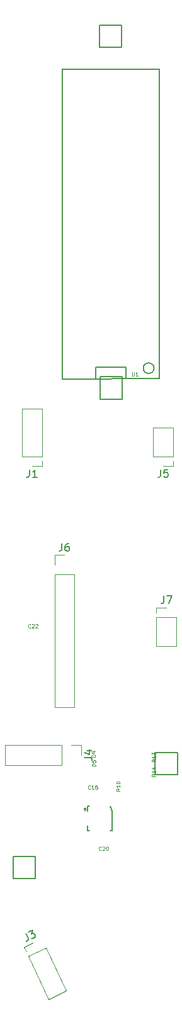
<source format=gbr>
G04 #@! TF.FileFunction,Legend,Top*
%FSLAX46Y46*%
G04 Gerber Fmt 4.6, Leading zero omitted, Abs format (unit mm)*
G04 Created by KiCad (PCBNEW 4.0.6-e0-6349~53~ubuntu16.04.1) date Thu Nov 23 18:30:10 2017*
%MOMM*%
%LPD*%
G01*
G04 APERTURE LIST*
%ADD10C,0.100000*%
%ADD11C,0.150000*%
%ADD12C,0.120000*%
%ADD13C,0.125000*%
%ADD14C,0.040000*%
G04 APERTURE END LIST*
D10*
D11*
X111820000Y-26510000D02*
X124860000Y-26500000D01*
X111830000Y-68130000D02*
X124850000Y-68120000D01*
X111830000Y-68118000D02*
X111830000Y-26462000D01*
X124830000Y-68118000D02*
X124830000Y-26462000D01*
X124150420Y-66704000D02*
G75*
G03X124150420Y-66704000I-718420J0D01*
G01*
X116298000Y-68118000D02*
X116298000Y-66594000D01*
X116298000Y-66594000D02*
X120362000Y-66594000D01*
X120362000Y-66594000D02*
X120362000Y-68118000D01*
D12*
X107241950Y-145730852D02*
X109971195Y-151530793D01*
X109971195Y-151530793D02*
X112378035Y-150398220D01*
X112378035Y-150398220D02*
X109648790Y-144598279D01*
X109648790Y-144598279D02*
X107241950Y-145730852D01*
X106971580Y-145156286D02*
X106675663Y-144527432D01*
X106675663Y-144527432D02*
X107879083Y-143961145D01*
D11*
X116875000Y-70850000D02*
X119875000Y-70850000D01*
X119875000Y-70850000D02*
X119875000Y-67850000D01*
X119875000Y-67850000D02*
X116875000Y-67850000D01*
X116875000Y-67850000D02*
X116875000Y-70850000D01*
D12*
X110780000Y-94420000D02*
X110780000Y-112260000D01*
X110780000Y-112260000D02*
X113440000Y-112260000D01*
X113440000Y-112260000D02*
X113440000Y-94420000D01*
X113440000Y-94420000D02*
X110780000Y-94420000D01*
X110780000Y-93150000D02*
X110780000Y-91820000D01*
X110780000Y-91820000D02*
X112110000Y-91820000D01*
X124480000Y-100195000D02*
X124480000Y-104065000D01*
X124480000Y-104065000D02*
X127140000Y-104065000D01*
X127140000Y-104065000D02*
X127140000Y-100195000D01*
X127140000Y-100195000D02*
X124480000Y-100195000D01*
X124480000Y-99560000D02*
X124480000Y-98865000D01*
X124480000Y-98865000D02*
X125810000Y-98865000D01*
D11*
X116825000Y-23575000D02*
X119825000Y-23575000D01*
X119825000Y-23575000D02*
X119825000Y-20575000D01*
X119825000Y-20575000D02*
X116825000Y-20575000D01*
X116825000Y-20575000D02*
X116825000Y-23575000D01*
X105225000Y-135340000D02*
X108225000Y-135340000D01*
X108225000Y-135340000D02*
X108225000Y-132340000D01*
X108225000Y-132340000D02*
X105225000Y-132340000D01*
X105225000Y-132340000D02*
X105225000Y-135340000D01*
X124300000Y-121340000D02*
X127300000Y-121340000D01*
X127300000Y-121340000D02*
X127300000Y-118340000D01*
X127300000Y-118340000D02*
X124300000Y-118340000D01*
X124300000Y-118340000D02*
X124300000Y-121340000D01*
D12*
X126705000Y-78565000D02*
X126705000Y-74695000D01*
X126705000Y-74695000D02*
X124045000Y-74695000D01*
X124045000Y-74695000D02*
X124045000Y-78565000D01*
X124045000Y-78565000D02*
X126705000Y-78565000D01*
X126705000Y-79200000D02*
X126705000Y-79895000D01*
X126705000Y-79895000D02*
X125375000Y-79895000D01*
X109080000Y-78565000D02*
X109080000Y-72155000D01*
X109080000Y-72155000D02*
X106420000Y-72155000D01*
X106420000Y-72155000D02*
X106420000Y-78565000D01*
X106420000Y-78565000D02*
X109080000Y-78565000D01*
X109080000Y-79200000D02*
X109080000Y-79895000D01*
X109080000Y-79895000D02*
X107750000Y-79895000D01*
X111770000Y-117380000D02*
X104090000Y-117380000D01*
X104090000Y-117380000D02*
X104090000Y-120040000D01*
X104090000Y-120040000D02*
X111770000Y-120040000D01*
X111770000Y-120040000D02*
X111770000Y-117380000D01*
X113040000Y-117380000D02*
X114370000Y-117380000D01*
X114370000Y-117380000D02*
X114370000Y-118710000D01*
D11*
X118290000Y-125570000D02*
X118540000Y-126220000D01*
X118540000Y-128870000D02*
X118290000Y-128870000D01*
X115490000Y-128870000D02*
X115240000Y-128870000D01*
X115490000Y-125570000D02*
X115240000Y-125570000D01*
X115240000Y-128220000D02*
X115240000Y-128870000D01*
X118540000Y-128870000D02*
X118540000Y-126220000D01*
X115240000Y-125570000D02*
X115240000Y-126220000D01*
D13*
X121199048Y-67236190D02*
X121199048Y-67640952D01*
X121222857Y-67688571D01*
X121246667Y-67712381D01*
X121294286Y-67736190D01*
X121389524Y-67736190D01*
X121437143Y-67712381D01*
X121460952Y-67688571D01*
X121484762Y-67640952D01*
X121484762Y-67236190D01*
X121984762Y-67736190D02*
X121699048Y-67736190D01*
X121841905Y-67736190D02*
X121841905Y-67236190D01*
X121794286Y-67307619D01*
X121746667Y-67355238D01*
X121699048Y-67379048D01*
D11*
X106918530Y-142702744D02*
X107222659Y-143349049D01*
X107240396Y-143498586D01*
X107194773Y-143625310D01*
X107085787Y-143729222D01*
X106999613Y-143769773D01*
X107263226Y-142540542D02*
X107823358Y-142276965D01*
X107683949Y-142763587D01*
X107813211Y-142702761D01*
X107919660Y-142705298D01*
X107983022Y-142728109D01*
X108066660Y-142794009D01*
X108168036Y-143009444D01*
X108165499Y-143115893D01*
X108142688Y-143179255D01*
X108076789Y-143262892D01*
X107818266Y-143384544D01*
X107711817Y-143382007D01*
X107648455Y-143359195D01*
D13*
X107548572Y-101568571D02*
X107524762Y-101592381D01*
X107453334Y-101616190D01*
X107405715Y-101616190D01*
X107334286Y-101592381D01*
X107286667Y-101544762D01*
X107262858Y-101497143D01*
X107239048Y-101401905D01*
X107239048Y-101330476D01*
X107262858Y-101235238D01*
X107286667Y-101187619D01*
X107334286Y-101140000D01*
X107405715Y-101116190D01*
X107453334Y-101116190D01*
X107524762Y-101140000D01*
X107548572Y-101163810D01*
X107739048Y-101163810D02*
X107762858Y-101140000D01*
X107810477Y-101116190D01*
X107929524Y-101116190D01*
X107977143Y-101140000D01*
X108000953Y-101163810D01*
X108024762Y-101211429D01*
X108024762Y-101259048D01*
X108000953Y-101330476D01*
X107715239Y-101616190D01*
X108024762Y-101616190D01*
X108215238Y-101163810D02*
X108239048Y-101140000D01*
X108286667Y-101116190D01*
X108405714Y-101116190D01*
X108453333Y-101140000D01*
X108477143Y-101163810D01*
X108500952Y-101211429D01*
X108500952Y-101259048D01*
X108477143Y-101330476D01*
X108191429Y-101616190D01*
X108500952Y-101616190D01*
D11*
X111776667Y-90272381D02*
X111776667Y-90986667D01*
X111729047Y-91129524D01*
X111633809Y-91224762D01*
X111490952Y-91272381D01*
X111395714Y-91272381D01*
X112681429Y-90272381D02*
X112490952Y-90272381D01*
X112395714Y-90320000D01*
X112348095Y-90367619D01*
X112252857Y-90510476D01*
X112205238Y-90700952D01*
X112205238Y-91081905D01*
X112252857Y-91177143D01*
X112300476Y-91224762D01*
X112395714Y-91272381D01*
X112586191Y-91272381D01*
X112681429Y-91224762D01*
X112729048Y-91177143D01*
X112776667Y-91081905D01*
X112776667Y-90843810D01*
X112729048Y-90748571D01*
X112681429Y-90700952D01*
X112586191Y-90653333D01*
X112395714Y-90653333D01*
X112300476Y-90700952D01*
X112252857Y-90748571D01*
X112205238Y-90843810D01*
X125476667Y-97317381D02*
X125476667Y-98031667D01*
X125429047Y-98174524D01*
X125333809Y-98269762D01*
X125190952Y-98317381D01*
X125095714Y-98317381D01*
X125857619Y-97317381D02*
X126524286Y-97317381D01*
X126095714Y-98317381D01*
D13*
X119571190Y-123226428D02*
X119333095Y-123393095D01*
X119571190Y-123512142D02*
X119071190Y-123512142D01*
X119071190Y-123321666D01*
X119095000Y-123274047D01*
X119118810Y-123250238D01*
X119166429Y-123226428D01*
X119237857Y-123226428D01*
X119285476Y-123250238D01*
X119309286Y-123274047D01*
X119333095Y-123321666D01*
X119333095Y-123512142D01*
X119571190Y-122750238D02*
X119571190Y-123035952D01*
X119571190Y-122893095D02*
X119071190Y-122893095D01*
X119142619Y-122940714D01*
X119190238Y-122988333D01*
X119214048Y-123035952D01*
X119071190Y-122440714D02*
X119071190Y-122393095D01*
X119095000Y-122345476D01*
X119118810Y-122321667D01*
X119166429Y-122297857D01*
X119261667Y-122274048D01*
X119380714Y-122274048D01*
X119475952Y-122297857D01*
X119523571Y-122321667D01*
X119547381Y-122345476D01*
X119571190Y-122393095D01*
X119571190Y-122440714D01*
X119547381Y-122488333D01*
X119523571Y-122512143D01*
X119475952Y-122535952D01*
X119380714Y-122559762D01*
X119261667Y-122559762D01*
X119166429Y-122535952D01*
X119118810Y-122512143D01*
X119095000Y-122488333D01*
X119071190Y-122440714D01*
X124381190Y-119316428D02*
X124143095Y-119483095D01*
X124381190Y-119602142D02*
X123881190Y-119602142D01*
X123881190Y-119411666D01*
X123905000Y-119364047D01*
X123928810Y-119340238D01*
X123976429Y-119316428D01*
X124047857Y-119316428D01*
X124095476Y-119340238D01*
X124119286Y-119364047D01*
X124143095Y-119411666D01*
X124143095Y-119602142D01*
X124381190Y-118840238D02*
X124381190Y-119125952D01*
X124381190Y-118983095D02*
X123881190Y-118983095D01*
X123952619Y-119030714D01*
X124000238Y-119078333D01*
X124024048Y-119125952D01*
X123881190Y-118673571D02*
X123881190Y-118364048D01*
X124071667Y-118530714D01*
X124071667Y-118459286D01*
X124095476Y-118411667D01*
X124119286Y-118387857D01*
X124166905Y-118364048D01*
X124285952Y-118364048D01*
X124333571Y-118387857D01*
X124357381Y-118411667D01*
X124381190Y-118459286D01*
X124381190Y-118602143D01*
X124357381Y-118649762D01*
X124333571Y-118673571D01*
X124351190Y-121276428D02*
X124113095Y-121443095D01*
X124351190Y-121562142D02*
X123851190Y-121562142D01*
X123851190Y-121371666D01*
X123875000Y-121324047D01*
X123898810Y-121300238D01*
X123946429Y-121276428D01*
X124017857Y-121276428D01*
X124065476Y-121300238D01*
X124089286Y-121324047D01*
X124113095Y-121371666D01*
X124113095Y-121562142D01*
X124351190Y-120800238D02*
X124351190Y-121085952D01*
X124351190Y-120943095D02*
X123851190Y-120943095D01*
X123922619Y-120990714D01*
X123970238Y-121038333D01*
X123994048Y-121085952D01*
X124017857Y-120371667D02*
X124351190Y-120371667D01*
X123827381Y-120490714D02*
X124184524Y-120609762D01*
X124184524Y-120300238D01*
X116251190Y-118944047D02*
X115751190Y-118944047D01*
X115751190Y-118825000D01*
X115775000Y-118753571D01*
X115822619Y-118705952D01*
X115870238Y-118682143D01*
X115965476Y-118658333D01*
X116036905Y-118658333D01*
X116132143Y-118682143D01*
X116179762Y-118705952D01*
X116227381Y-118753571D01*
X116251190Y-118825000D01*
X116251190Y-118944047D01*
X115917857Y-118229762D02*
X116251190Y-118229762D01*
X115727381Y-118348809D02*
X116084524Y-118467857D01*
X116084524Y-118158333D01*
X116291190Y-120184047D02*
X115791190Y-120184047D01*
X115791190Y-120065000D01*
X115815000Y-119993571D01*
X115862619Y-119945952D01*
X115910238Y-119922143D01*
X116005476Y-119898333D01*
X116076905Y-119898333D01*
X116172143Y-119922143D01*
X116219762Y-119945952D01*
X116267381Y-119993571D01*
X116291190Y-120065000D01*
X116291190Y-120184047D01*
X115791190Y-119445952D02*
X115791190Y-119684047D01*
X116029286Y-119707857D01*
X116005476Y-119684047D01*
X115981667Y-119636428D01*
X115981667Y-119517381D01*
X116005476Y-119469762D01*
X116029286Y-119445952D01*
X116076905Y-119422143D01*
X116195952Y-119422143D01*
X116243571Y-119445952D01*
X116267381Y-119469762D01*
X116291190Y-119517381D01*
X116291190Y-119636428D01*
X116267381Y-119684047D01*
X116243571Y-119707857D01*
D11*
X125041667Y-80347381D02*
X125041667Y-81061667D01*
X124994047Y-81204524D01*
X124898809Y-81299762D01*
X124755952Y-81347381D01*
X124660714Y-81347381D01*
X125994048Y-80347381D02*
X125517857Y-80347381D01*
X125470238Y-80823571D01*
X125517857Y-80775952D01*
X125613095Y-80728333D01*
X125851191Y-80728333D01*
X125946429Y-80775952D01*
X125994048Y-80823571D01*
X126041667Y-80918810D01*
X126041667Y-81156905D01*
X125994048Y-81252143D01*
X125946429Y-81299762D01*
X125851191Y-81347381D01*
X125613095Y-81347381D01*
X125517857Y-81299762D01*
X125470238Y-81252143D01*
X107416667Y-80347381D02*
X107416667Y-81061667D01*
X107369047Y-81204524D01*
X107273809Y-81299762D01*
X107130952Y-81347381D01*
X107035714Y-81347381D01*
X108416667Y-81347381D02*
X107845238Y-81347381D01*
X108130952Y-81347381D02*
X108130952Y-80347381D01*
X108035714Y-80490238D01*
X107940476Y-80585476D01*
X107845238Y-80633095D01*
X114822381Y-119043333D02*
X115536667Y-119043333D01*
X115679524Y-119090953D01*
X115774762Y-119186191D01*
X115822381Y-119329048D01*
X115822381Y-119424286D01*
X115155714Y-118138571D02*
X115822381Y-118138571D01*
X114774762Y-118376667D02*
X115489048Y-118614762D01*
X115489048Y-117995714D01*
D14*
X114709386Y-126134129D02*
X114891529Y-126134129D01*
X114912957Y-126123414D01*
X114923671Y-126112700D01*
X114934386Y-126091271D01*
X114934386Y-126048414D01*
X114923671Y-126026986D01*
X114912957Y-126016271D01*
X114891529Y-126005557D01*
X114709386Y-126005557D01*
X114709386Y-125791272D02*
X114709386Y-125898415D01*
X114816529Y-125909129D01*
X114805814Y-125898415D01*
X114795100Y-125876986D01*
X114795100Y-125823415D01*
X114805814Y-125801986D01*
X114816529Y-125791272D01*
X114837957Y-125780557D01*
X114891529Y-125780557D01*
X114912957Y-125791272D01*
X114923671Y-125801986D01*
X114934386Y-125823415D01*
X114934386Y-125876986D01*
X114923671Y-125898415D01*
X114912957Y-125909129D01*
D13*
X115578572Y-123228571D02*
X115554762Y-123252381D01*
X115483334Y-123276190D01*
X115435715Y-123276190D01*
X115364286Y-123252381D01*
X115316667Y-123204762D01*
X115292858Y-123157143D01*
X115269048Y-123061905D01*
X115269048Y-122990476D01*
X115292858Y-122895238D01*
X115316667Y-122847619D01*
X115364286Y-122800000D01*
X115435715Y-122776190D01*
X115483334Y-122776190D01*
X115554762Y-122800000D01*
X115578572Y-122823810D01*
X116054762Y-123276190D02*
X115769048Y-123276190D01*
X115911905Y-123276190D02*
X115911905Y-122776190D01*
X115864286Y-122847619D01*
X115816667Y-122895238D01*
X115769048Y-122919048D01*
X116483333Y-122776190D02*
X116388095Y-122776190D01*
X116340476Y-122800000D01*
X116316667Y-122823810D01*
X116269048Y-122895238D01*
X116245238Y-122990476D01*
X116245238Y-123180952D01*
X116269048Y-123228571D01*
X116292857Y-123252381D01*
X116340476Y-123276190D01*
X116435714Y-123276190D01*
X116483333Y-123252381D01*
X116507143Y-123228571D01*
X116530952Y-123180952D01*
X116530952Y-123061905D01*
X116507143Y-123014286D01*
X116483333Y-122990476D01*
X116435714Y-122966667D01*
X116340476Y-122966667D01*
X116292857Y-122990476D01*
X116269048Y-123014286D01*
X116245238Y-123061905D01*
X117038572Y-131468571D02*
X117014762Y-131492381D01*
X116943334Y-131516190D01*
X116895715Y-131516190D01*
X116824286Y-131492381D01*
X116776667Y-131444762D01*
X116752858Y-131397143D01*
X116729048Y-131301905D01*
X116729048Y-131230476D01*
X116752858Y-131135238D01*
X116776667Y-131087619D01*
X116824286Y-131040000D01*
X116895715Y-131016190D01*
X116943334Y-131016190D01*
X117014762Y-131040000D01*
X117038572Y-131063810D01*
X117229048Y-131063810D02*
X117252858Y-131040000D01*
X117300477Y-131016190D01*
X117419524Y-131016190D01*
X117467143Y-131040000D01*
X117490953Y-131063810D01*
X117514762Y-131111429D01*
X117514762Y-131159048D01*
X117490953Y-131230476D01*
X117205239Y-131516190D01*
X117514762Y-131516190D01*
X117824286Y-131016190D02*
X117871905Y-131016190D01*
X117919524Y-131040000D01*
X117943333Y-131063810D01*
X117967143Y-131111429D01*
X117990952Y-131206667D01*
X117990952Y-131325714D01*
X117967143Y-131420952D01*
X117943333Y-131468571D01*
X117919524Y-131492381D01*
X117871905Y-131516190D01*
X117824286Y-131516190D01*
X117776667Y-131492381D01*
X117752857Y-131468571D01*
X117729048Y-131420952D01*
X117705238Y-131325714D01*
X117705238Y-131206667D01*
X117729048Y-131111429D01*
X117752857Y-131063810D01*
X117776667Y-131040000D01*
X117824286Y-131016190D01*
M02*

</source>
